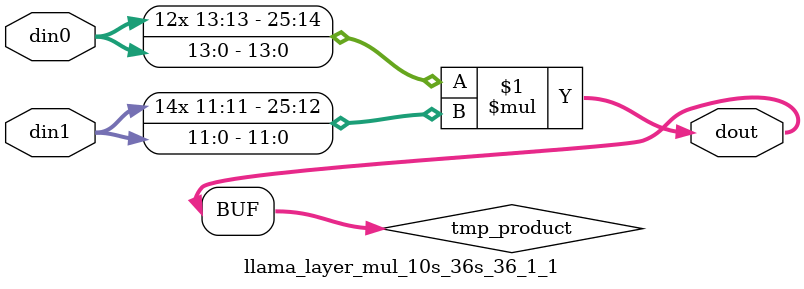
<source format=v>

`timescale 1 ns / 1 ps

 module llama_layer_mul_10s_36s_36_1_1(din0, din1, dout);
parameter ID = 1;
parameter NUM_STAGE = 0;
parameter din0_WIDTH = 14;
parameter din1_WIDTH = 12;
parameter dout_WIDTH = 26;

input [din0_WIDTH - 1 : 0] din0; 
input [din1_WIDTH - 1 : 0] din1; 
output [dout_WIDTH - 1 : 0] dout;

wire signed [dout_WIDTH - 1 : 0] tmp_product;



























assign tmp_product = $signed(din0) * $signed(din1);








assign dout = tmp_product;





















endmodule

</source>
